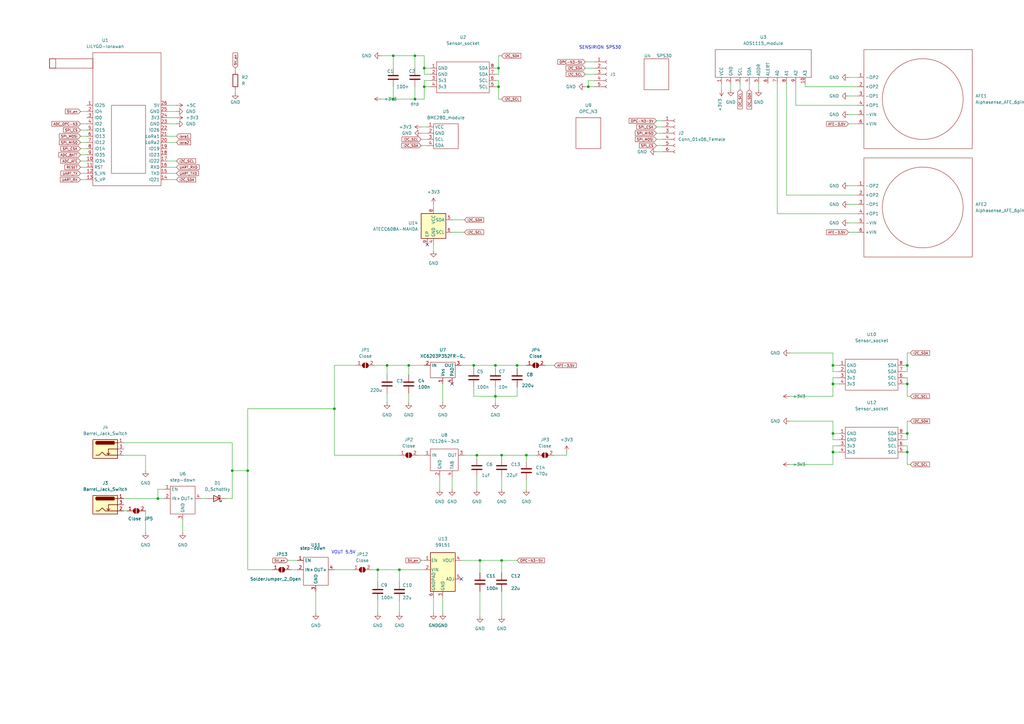
<source format=kicad_sch>
(kicad_sch (version 20230121) (generator eeschema)
  (paper "A3")
  (lib_symbols
    (symbol "Connector:Barrel_Jack_Switch" (pin_names hide)
      (property "Reference" "J" (at 0 5.334 0))
      (property "Value" "Barrel_Jack_Switch" (at 0 -5.08 0))
      (symbol "Barrel_Jack_Switch_1_1"
        (pin passive line (at 7.62 2.54 180) (length 2.54) (name "~") (number "1"))
        (pin passive line (at 7.62 -2.54 180) (length 2.54) (name "~") (number "2"))
        (pin passive line (at 7.62 0 180) (length 2.54) (name "~") (number "3"))
      )
    )
    (symbol "Connector:Conn_01x05_Female" (pin_names (offset 1.016) hide)
      (property "Reference" "J" (at 0 7.62 0))
      (property "Value" "Conn_01x05_Female" (at 0 -7.62 0))
      (symbol "Conn_01x05_Female_1_1"
        (pin passive line (at -5.08 5.08 0) (length 3.81) (name "Pin_1") (number "1"))
        (pin passive line (at -5.08 2.54 0) (length 3.81) (name "Pin_2") (number "2"))
        (pin passive line (at -5.08 0 0) (length 3.81) (name "Pin_3") (number "3"))
        (pin passive line (at -5.08 -2.54 0) (length 3.81) (name "Pin_4") (number "4"))
        (pin passive line (at -5.08 -5.08 0) (length 3.81) (name "Pin_5") (number "5"))
      )
    )
    (symbol "Connector:Conn_01x06_Female" (pin_names (offset 1.016) hide)
      (property "Reference" "J" (at 0 7.62 0))
      (property "Value" "Conn_01x06_Female" (at 0 -10.16 0))
      (symbol "Conn_01x06_Female_1_1"
        (pin passive line (at -5.08 5.08 0) (length 3.81) (name "Pin_1") (number "1"))
        (pin passive line (at -5.08 2.54 0) (length 3.81) (name "Pin_2") (number "2"))
        (pin passive line (at -5.08 0 0) (length 3.81) (name "Pin_3") (number "3"))
        (pin passive line (at -5.08 -2.54 0) (length 3.81) (name "Pin_4") (number "4"))
        (pin passive line (at -5.08 -5.08 0) (length 3.81) (name "Pin_5") (number "5"))
        (pin passive line (at -5.08 -7.62 0) (length 3.81) (name "Pin_6") (number "6"))
      )
    )
    (symbol "Device:C" (pin_numbers hide) (pin_names (offset 0.254))
      (property "Reference" "C" (at 0.635 2.54 0))
      (property "Value" "C" (at 0.635 -2.54 0))
      (symbol "C_1_1"
        (pin passive line (at 0 3.81 270) (length 2.794) (name "~") (number "1"))
        (pin passive line (at 0 -3.81 90) (length 2.794) (name "~") (number "2"))
      )
    )
    (symbol "Device:D_Schottky" (pin_numbers hide) (pin_names (offset 1.016) hide)
      (property "Reference" "D" (at 0 2.54 0))
      (property "Value" "D_Schottky" (at 0 -2.54 0))
      (symbol "D_Schottky_1_1"
        (pin passive line (at -3.81 0 0) (length 2.54) (name "K") (number "1"))
        (pin passive line (at 3.81 0 180) (length 2.54) (name "A") (number "2"))
      )
    )
    (symbol "Device:R" (pin_numbers hide) (pin_names (offset 0))
      (property "Reference" "R" (at 2.032 0 90))
      (property "Value" "R" (at 0 0 90))
      (symbol "R_1_1"
        (pin passive line (at 0 3.81 270) (length 1.27) (name "~") (number "1"))
        (pin passive line (at 0 -3.81 90) (length 1.27) (name "~") (number "2"))
      )
    )
    (symbol "Jumper:SolderJumper_2_Open" (pin_names (offset 0) hide)
      (property "Reference" "JP" (at 0 2.032 0))
      (property "Value" "SolderJumper_2_Open" (at 0 -2.54 0))
      (symbol "SolderJumper_2_Open_1_1"
        (pin passive line (at -3.81 0 0) (length 2.54) (name "A") (number "1"))
        (pin passive line (at 3.81 0 180) (length 2.54) (name "B") (number "2"))
      )
    )
    (symbol "Security:ATECC608A-MAHDA"
      (property "Reference" "U" (at 3.81 6.35 0))
      (property "Value" "ATECC608A-MAHDA" (at 10.16 -6.35 0))
      (symbol "ATECC608A-MAHDA_1_1"
        (pin no_connect line (at -5.08 2.54 0) (length 2.54) hide (name "NC") (number "1"))
        (pin no_connect line (at -5.08 0 0) (length 2.54) hide (name "NC") (number "2"))
        (pin no_connect line (at -5.08 -2.54 0) (length 2.54) hide (name "NC") (number "3"))
        (pin power_in line (at 0 -7.62 90) (length 2.54) (name "GND") (number "4"))
        (pin bidirectional line (at 7.62 2.54 180) (length 2.54) (name "SDA") (number "5"))
        (pin input line (at 7.62 -2.54 180) (length 2.54) (name "SCL") (number "6"))
        (pin no_connect line (at 5.08 0 180) (length 2.54) hide (name "NC") (number "7"))
        (pin power_in line (at 0 7.62 270) (length 2.54) (name "VCC") (number "8"))
        (pin input line (at -2.54 -7.62 90) (length 2.54) (name "EP") (number "9"))
      )
    )
    (symbol "Sensor_socket_2"
      (property "Reference" "U1" (at -0.635 11.43 0))
      (property "Value" "Sensor_socket_2" (at -0.635 8.89 0))
      (symbol "Sensor_socket_2_1_1"
        (pin input line (at -13.97 3.81 0) (length 2.54) (name "GND") (number "1"))
        (pin input line (at -13.97 1.27 0) (length 2.54) (name "GND") (number "2"))
        (pin input line (at -13.97 -1.27 0) (length 2.54) (name "3v3") (number "3"))
        (pin input line (at -13.97 -3.81 0) (length 2.54) (name "3v3") (number "4"))
        (pin input line (at 12.7 -3.81 180) (length 2.54) (name "SCL") (number "5"))
        (pin input line (at 12.7 -1.27 180) (length 2.54) (name "SCL") (number "6"))
        (pin input line (at 12.7 1.27 180) (length 2.54) (name "SDA") (number "7"))
        (pin input line (at 12.7 3.81 180) (length 2.54) (name "SDA") (number "8"))
      )
    )
    (symbol "city_node:59151" (pin_names (offset 0.254))
      (property "Reference" "U6" (at 0 7.62 0))
      (property "Value" "59151" (at 0 5.08 0))
      (symbol "59151_1_1"
        (pin power_in line (at -7.62 -1.27 0) (length 2.54) (name "EN") (number "1"))
        (pin power_out line (at -7.62 -5.08 0) (length 2.54) (name "VIN") (number "2"))
        (pin power_in line (at 0 -16.51 90) (length 2.54) (name "GND") (number "3"))
        (pin power_in line (at 7.62 -1.27 180) (length 2.54) (name "VOUT") (number "4"))
        (pin power_in line (at 7.62 -8.89 180) (length 2.54) (name "ADJ") (number "5"))
        (pin input line (at -3.81 -16.51 90) (length 2.54) (name "GNDPAD") (number "6"))
      )
    )
    (symbol "city_node:ADS1115_module"
      (property "Reference" "U11" (at 0.635 8.89 0))
      (property "Value" "ADS1115_module" (at 0.635 6.35 0))
      (symbol "ADS1115_module_1_1"
        (pin input line (at -16.51 -10.16 90) (length 2.54) (name "VCC") (number "1"))
        (pin input line (at 17.78 -10.16 90) (length 2.54) (name "A3") (number "10"))
        (pin input line (at -12.7 -10.16 90) (length 2.54) (name "GND") (number "2"))
        (pin input line (at -8.89 -10.16 90) (length 2.54) (name "SCL") (number "3"))
        (pin input line (at -5.08 -10.16 90) (length 2.54) (name "SDA") (number "4"))
        (pin input line (at -1.27 -10.16 90) (length 2.54) (name "ADDR") (number "5"))
        (pin input line (at 2.54 -10.16 90) (length 2.54) (name "ALERT") (number "6"))
        (pin input line (at 6.35 -10.16 90) (length 2.54) (name "A0") (number "7"))
        (pin input line (at 10.16 -10.16 90) (length 2.54) (name "A1") (number "8"))
        (pin input line (at 13.97 -10.16 90) (length 2.54) (name "A2") (number "9"))
      )
    )
    (symbol "city_node:Alphasense_AFE_6pin"
      (property "Reference" "AFE?" (at -20.32 22.86 0))
      (property "Value" "Alphasense_AFE_6pin" (at 0 22.86 0))
      (symbol "Alphasense_AFE_6pin_1_1"
        (pin input line (at -8.89 -26.67 90) (length 2.54) (name "-OP2") (number "1"))
        (pin input line (at -5.08 -26.67 90) (length 2.54) (name "+OP2") (number "2"))
        (pin input line (at -1.27 -26.67 90) (length 2.54) (name "-OP1") (number "3"))
        (pin input line (at 2.54 -26.67 90) (length 2.54) (name "+OP1") (number "4"))
        (pin input line (at 6.35 -26.67 90) (length 2.54) (name "-VIN") (number "5"))
        (pin input line (at 10.16 -26.67 90) (length 2.54) (name "+VIN") (number "6"))
      )
    )
    (symbol "city_node:BME280_module"
      (property "Reference" "U10" (at 0 10.16 0))
      (property "Value" "BME280_module" (at 0 7.62 0))
      (symbol "BME280_module_1_1"
        (pin input line (at -7.62 3.81 0) (length 2.54) (name "VCC") (number "1"))
        (pin input line (at -7.62 1.27 0) (length 2.54) (name "GND") (number "2"))
        (pin input line (at -7.62 -1.27 0) (length 2.54) (name "SCL") (number "3"))
        (pin input line (at -7.62 -3.81 0) (length 2.54) (name "SDA") (number "4"))
      )
    )
    (symbol "city_node:OPC_N3"
      (property "Reference" "U?" (at 0 11.43 0))
      (property "Value" "OPC_N3" (at 0 8.89 0))
    )
    (symbol "city_node:SPS30"
      (property "Reference" "U?" (at -2.54 6.35 0))
      (property "Value" "SPS30" (at 2.54 6.35 0))
    )
    (symbol "city_node:TC1264-3v3"
      (property "Reference" "U" (at -10.16 10.16 0))
      (property "Value" "TC1264-3v3" (at -1.27 10.16 0))
      (symbol "TC1264-3v3_1_1"
        (pin input line (at -12.7 6.35 0) (length 2.54) (name "IN") (number "1"))
        (pin input line (at -6.35 -2.54 90) (length 2.54) (name "GND") (number "2"))
        (pin input line (at 3.81 6.35 180) (length 2.54) (name "OUT") (number "3"))
        (pin input line (at -1.27 -2.54 90) (length 2.54) (name "TAB") (number "4"))
      )
    )
    (symbol "city_node:XC6203P352FR-G_"
      (property "Reference" "U" (at 10.16 2.54 0))
      (property "Value" "XC6203P352FR-G_" (at -3.81 2.54 0))
      (symbol "XC6203P352FR-G__1_1"
        (pin input line (at 0 -8.89 90) (length 2.54) (name "Vss") (number "1"))
        (pin input line (at -7.62 -1.27 0) (length 2.54) (name "IN") (number "2"))
        (pin input line (at 7.62 -1.27 180) (length 2.54) (name "OUT") (number "3"))
        (pin input line (at 3.81 -8.89 90) (length 2.54) (name "PAD") (number "4"))
      )
    )
    (symbol "city_node:step-down"
      (property "Reference" "U" (at 3.81 5.08 0))
      (property "Value" "step-down" (at -2.54 5.08 0))
      (symbol "step-down_1_1"
        (pin input line (at -7.62 2.54 0) (length 2.54) (name "EN") (number "1"))
        (pin input line (at -7.62 -1.27 0) (length 2.54) (name "IN+") (number "2"))
        (pin input line (at 0 -10.16 90) (length 2.54) (name "GND") (number "3"))
        (pin input line (at 7.62 -1.27 180) (length 2.54) (name "OUT+") (number "4"))
      )
    )
    (symbol "power:+3V3" (power) (pin_names (offset 0))
      (property "Value" "+3V3" (at 0 3.556 0))
      (symbol "+3V3_1_1"
        (pin power_in line (at 0 0 90) (length 0) hide (name "+3V3") (number "1"))
      )
    )
    (symbol "power:+5C" (power) (pin_names (offset 0))
      (property "Value" "+5C" (at 0 3.556 0))
      (symbol "+5C_1_1"
        (pin power_in line (at 0 0 90) (length 0) hide (name "+5C") (number "1"))
      )
    )
    (symbol "power:GND" (power) (pin_names (offset 0))
      (property "Value" "GND" (at 0 -3.81 0))
      (symbol "GND_1_1"
        (pin power_in line (at 0 0 270) (length 0) hide (name "GND") (number "1"))
      )
    )
    (symbol "soasense:LILYGO-lorawan"
      (property "Reference" "U" (at 17.78 19.05 0))
      (property "Value" "LILYGO-lorawan" (at -12.7 19.05 0))
      (symbol "LILYGO-lorawan_1_1"
        (pin input line (at -17.78 15.24 0) (length 2.54) (name "IO25") (number "1"))
        (pin input line (at -17.78 -7.62 0) (length 2.54) (name "IO34") (number "10"))
        (pin input line (at -17.78 -10.16 0) (length 2.54) (name "RST") (number "11"))
        (pin input line (at -17.78 -12.7 0) (length 2.54) (name "S_VN") (number "12"))
        (pin input line (at -17.78 -15.24 0) (length 2.54) (name "S_VP") (number "13"))
        (pin input line (at 15.24 -15.24 180) (length 2.54) (name "IO21") (number "14"))
        (pin input line (at 15.24 -12.7 180) (length 2.54) (name "TXD") (number "15"))
        (pin input line (at 15.24 -10.16 180) (length 2.54) (name "RXD") (number "16"))
        (pin input line (at 15.24 -7.62 180) (length 2.54) (name "IO22") (number "17"))
        (pin input line (at 15.24 -5.08 180) (length 2.54) (name "IO23") (number "18"))
        (pin input line (at 15.24 -2.54 180) (length 2.54) (name "IO19") (number "19"))
        (pin input line (at -17.78 12.7 0) (length 2.54) (name "IO4") (number "2"))
        (pin input line (at 15.24 0 180) (length 2.54) (name "LoRa2") (number "20"))
        (pin input line (at 15.24 2.54 180) (length 2.54) (name "LoRa1") (number "21"))
        (pin input line (at 15.24 5.08 180) (length 2.54) (name "IO26") (number "22"))
        (pin input line (at 15.24 7.62 180) (length 2.54) (name "GND") (number "23"))
        (pin input line (at 15.24 10.16 180) (length 2.54) (name "3V3") (number "24"))
        (pin input line (at 15.24 12.7 180) (length 2.54) (name "GND") (number "25"))
        (pin input line (at 15.24 15.24 180) (length 2.54) (name "5V") (number "26"))
        (pin input line (at -17.78 10.16 0) (length 2.54) (name "IO0") (number "3"))
        (pin input line (at -17.78 7.62 0) (length 2.54) (name "IO2") (number "4"))
        (pin input line (at -17.78 5.08 0) (length 2.54) (name "IO15") (number "5"))
        (pin input line (at -17.78 2.54 0) (length 2.54) (name "IO13") (number "6"))
        (pin input line (at -17.78 0 0) (length 2.54) (name "IO12") (number "7"))
        (pin input line (at -17.78 -2.54 0) (length 2.54) (name "IO14") (number "8"))
        (pin input line (at -17.78 -5.08 0) (length 2.54) (name "IO35") (number "9"))
      )
    )
  )
  (junction (at 167.64 149.86))
  (junction (at 372.11 149.86))
  (junction (at 137.16 167.64))
  (junction (at 170.18 40.64))
  (junction (at 194.31 149.86))
  (junction (at 95.25 193.04))
  (junction (at 203.2 162.56))
  (junction (at 170.18 22.86))
  (junction (at 341.63 157.48))
  (junction (at 241.3 35.56))
  (junction (at 341.63 177.8))
  (junction (at 212.09 149.86))
  (junction (at 161.29 22.86))
  (junction (at 158.75 149.86))
  (junction (at 372.11 177.8))
  (junction (at 173.99 35.56))
  (junction (at 64.77 204.47))
  (junction (at 163.83 233.68))
  (junction (at 372.11 185.42))
  (junction (at 215.9 186.69))
  (junction (at 161.29 40.64))
  (junction (at 372.11 157.48))
  (junction (at 341.63 185.42))
  (junction (at 205.74 186.69))
  (junction (at 205.74 229.87))
  (junction (at 204.47 27.94))
  (junction (at 173.99 27.94))
  (junction (at 195.58 186.69))
  (junction (at 196.85 229.87))
  (junction (at 101.6 193.04))
  (junction (at 203.2 149.86))
  (junction (at 204.47 35.56))
  (junction (at 154.94 233.68))
  (junction (at 341.63 149.86))
  (no_connect (at 189.23 237.49))
  (no_connect (at 185.42 157.48))
  (no_connect (at 175.26 100.33))
  (wire (pts (xy 372.11 154.94) (xy 372.11 157.48)))
  (wire (pts (xy 203.2 149.86) (xy 212.09 149.86)))
  (wire (pts (xy 195.58 186.69) (xy 195.58 187.96)))
  (wire (pts (xy 212.09 149.86) (xy 212.09 151.13)))
  (wire (pts (xy 196.85 229.87) (xy 196.85 234.95)))
  (wire (pts (xy 241.3 35.56) (xy 240.03 35.56)))
  (wire (pts (xy 323.85 172.72) (xy 341.63 172.72)))
  (wire (pts (xy 167.64 149.86) (xy 173.99 149.86)))
  (wire (pts (xy 101.6 167.64) (xy 137.16 167.64)))
  (wire (pts (xy 351.79 87.63) (xy 318.77 87.63)))
  (wire (pts (xy 370.84 154.94) (xy 372.11 154.94)))
  (wire (pts (xy 223.52 149.86) (xy 227.33 149.86)))
  (wire (pts (xy 171.45 186.69) (xy 173.99 186.69)))
  (wire (pts (xy 59.69 209.55) (xy 59.69 218.44)))
  (wire (pts (xy 180.34 195.58) (xy 180.34 200.66)))
  (wire (pts (xy 330.2 34.29) (xy 330.2 35.56)))
  (wire (pts (xy 341.63 144.78) (xy 341.63 149.86)))
  (wire (pts (xy 372.11 144.78) (xy 372.11 149.86)))
  (wire (pts (xy 341.63 185.42) (xy 344.17 185.42)))
  (wire (pts (xy 154.94 233.68) (xy 152.4 233.68)))
  (wire (pts (xy 95.25 181.61) (xy 95.25 193.04)))
  (wire (pts (xy 203.2 162.56) (xy 203.2 165.1)))
  (wire (pts (xy 204.47 22.86) (xy 205.74 22.86)))
  (wire (pts (xy 64.77 200.66) (xy 67.31 200.66)))
  (wire (pts (xy 96.52 27.94) (xy 96.52 29.21)))
  (wire (pts (xy 144.78 233.68) (xy 137.16 233.68)))
  (wire (pts (xy 195.58 195.58) (xy 195.58 200.66)))
  (wire (pts (xy 347.98 76.2) (xy 351.79 76.2)))
  (wire (pts (xy 33.02 68.58) (xy 35.56 68.58)))
  (wire (pts (xy 341.63 157.48) (xy 344.17 157.48)))
  (wire (pts (xy 370.84 157.48) (xy 372.11 157.48)))
  (wire (pts (xy 269.24 57.15) (xy 271.78 57.15)))
  (wire (pts (xy 33.02 73.66) (xy 35.56 73.66)))
  (wire (pts (xy 372.11 152.4) (xy 370.84 152.4)))
  (wire (pts (xy 195.58 186.69) (xy 205.74 186.69)))
  (wire (pts (xy 341.63 157.48) (xy 341.63 154.94)))
  (wire (pts (xy 370.84 149.86) (xy 372.11 149.86)))
  (wire (pts (xy 326.39 43.18) (xy 326.39 34.29)))
  (wire (pts (xy 204.47 40.64) (xy 205.74 40.64)))
  (wire (pts (xy 215.9 186.69) (xy 219.71 186.69)))
  (wire (pts (xy 177.8 100.33) (xy 177.8 102.87)))
  (wire (pts (xy 347.98 95.25) (xy 351.79 95.25)))
  (wire (pts (xy 129.54 242.57) (xy 129.54 251.46)))
  (wire (pts (xy 154.94 233.68) (xy 154.94 238.76)))
  (wire (pts (xy 190.5 186.69) (xy 195.58 186.69)))
  (wire (pts (xy 173.99 35.56) (xy 173.99 33.02)))
  (wire (pts (xy 330.2 35.56) (xy 351.79 35.56)))
  (wire (pts (xy 341.63 182.88) (xy 344.17 182.88)))
  (wire (pts (xy 161.29 22.86) (xy 161.29 27.94)))
  (wire (pts (xy 372.11 172.72) (xy 373.38 172.72)))
  (wire (pts (xy 156.21 40.64) (xy 161.29 40.64)))
  (wire (pts (xy 241.3 35.56) (xy 243.84 35.56)))
  (wire (pts (xy 370.84 182.88) (xy 372.11 182.88)))
  (wire (pts (xy 74.93 213.36) (xy 74.93 218.44)))
  (wire (pts (xy 243.84 33.02) (xy 241.3 33.02)))
  (wire (pts (xy 205.74 229.87) (xy 212.09 229.87)))
  (wire (pts (xy 194.31 158.75) (xy 194.31 162.56)))
  (wire (pts (xy 82.55 204.47) (xy 85.09 204.47)))
  (wire (pts (xy 185.42 195.58) (xy 185.42 200.66)))
  (wire (pts (xy 344.17 180.34) (xy 341.63 180.34)))
  (wire (pts (xy 68.58 45.72) (xy 72.39 45.72)))
  (wire (pts (xy 185.42 90.17) (xy 190.5 90.17)))
  (wire (pts (xy 322.58 34.29) (xy 322.58 80.01)))
  (wire (pts (xy 68.58 68.58) (xy 72.39 68.58)))
  (wire (pts (xy 203.2 35.56) (xy 204.47 35.56)))
  (wire (pts (xy 176.53 30.48) (xy 173.99 30.48)))
  (wire (pts (xy 194.31 149.86) (xy 194.31 151.13)))
  (wire (pts (xy 158.75 161.29) (xy 158.75 165.1)))
  (wire (pts (xy 173.99 35.56) (xy 173.99 40.64)))
  (wire (pts (xy 307.34 34.29) (xy 307.34 36.83)))
  (wire (pts (xy 341.63 157.48) (xy 341.63 162.56)))
  (wire (pts (xy 167.64 161.29) (xy 167.64 165.1)))
  (wire (pts (xy 137.16 149.86) (xy 137.16 167.64)))
  (wire (pts (xy 196.85 229.87) (xy 205.74 229.87)))
  (wire (pts (xy 154.94 233.68) (xy 163.83 233.68)))
  (wire (pts (xy 173.99 30.48) (xy 173.99 27.94)))
  (wire (pts (xy 203.2 33.02) (xy 204.47 33.02)))
  (wire (pts (xy 323.85 190.5) (xy 341.63 190.5)))
  (wire (pts (xy 269.24 59.69) (xy 271.78 59.69)))
  (wire (pts (xy 172.72 54.61) (xy 175.26 54.61)))
  (wire (pts (xy 170.18 22.86) (xy 173.99 22.86)))
  (wire (pts (xy 372.11 180.34) (xy 370.84 180.34)))
  (wire (pts (xy 101.6 193.04) (xy 101.6 233.68)))
  (wire (pts (xy 299.72 34.29) (xy 299.72 36.83)))
  (wire (pts (xy 194.31 162.56) (xy 203.2 162.56)))
  (wire (pts (xy 163.83 246.38) (xy 163.83 251.46)))
  (wire (pts (xy 204.47 35.56) (xy 204.47 40.64)))
  (wire (pts (xy 347.98 50.8) (xy 351.79 50.8)))
  (wire (pts (xy 96.52 36.83) (xy 96.52 38.1)))
  (wire (pts (xy 64.77 204.47) (xy 64.77 200.66)))
  (wire (pts (xy 323.85 162.56) (xy 341.63 162.56)))
  (wire (pts (xy 158.75 149.86) (xy 158.75 153.67)))
  (wire (pts (xy 167.64 149.86) (xy 167.64 153.67)))
  (wire (pts (xy 204.47 27.94) (xy 204.47 30.48)))
  (wire (pts (xy 212.09 158.75) (xy 212.09 162.56)))
  (wire (pts (xy 170.18 22.86) (xy 170.18 27.94)))
  (wire (pts (xy 33.02 63.5) (xy 35.56 63.5)))
  (wire (pts (xy 344.17 152.4) (xy 341.63 152.4)))
  (wire (pts (xy 269.24 62.23) (xy 271.78 62.23)))
  (wire (pts (xy 323.85 144.78) (xy 341.63 144.78)))
  (wire (pts (xy 204.47 30.48) (xy 203.2 30.48)))
  (wire (pts (xy 322.58 80.01) (xy 351.79 80.01)))
  (wire (pts (xy 68.58 58.42) (xy 72.39 58.42)))
  (wire (pts (xy 153.67 149.86) (xy 158.75 149.86)))
  (wire (pts (xy 318.77 87.63) (xy 318.77 34.29)))
  (wire (pts (xy 68.58 43.18) (xy 72.39 43.18)))
  (wire (pts (xy 204.47 33.02) (xy 204.47 35.56)))
  (wire (pts (xy 172.72 57.15) (xy 175.26 57.15)))
  (wire (pts (xy 172.72 59.69) (xy 175.26 59.69)))
  (wire (pts (xy 205.74 229.87) (xy 205.74 234.95)))
  (wire (pts (xy 189.23 229.87) (xy 196.85 229.87)))
  (wire (pts (xy 203.2 27.94) (xy 204.47 27.94)))
  (wire (pts (xy 68.58 50.8) (xy 72.39 50.8)))
  (wire (pts (xy 194.31 149.86) (xy 203.2 149.86)))
  (wire (pts (xy 181.61 157.48) (xy 181.61 165.1)))
  (wire (pts (xy 181.61 245.11) (xy 181.61 251.46)))
  (wire (pts (xy 341.63 180.34) (xy 341.63 177.8)))
  (wire (pts (xy 341.63 185.42) (xy 341.63 182.88)))
  (wire (pts (xy 33.02 58.42) (xy 35.56 58.42)))
  (wire (pts (xy 119.38 233.68) (xy 121.92 233.68)))
  (wire (pts (xy 118.11 229.87) (xy 121.92 229.87)))
  (wire (pts (xy 240.03 30.48) (xy 243.84 30.48)))
  (wire (pts (xy 341.63 152.4) (xy 341.63 149.86)))
  (wire (pts (xy 50.8 181.61) (xy 95.25 181.61)))
  (wire (pts (xy 204.47 22.86) (xy 204.47 27.94)))
  (wire (pts (xy 59.69 186.69) (xy 59.69 193.04)))
  (wire (pts (xy 68.58 73.66) (xy 72.39 73.66)))
  (wire (pts (xy 347.98 39.37) (xy 351.79 39.37)))
  (wire (pts (xy 227.33 186.69) (xy 232.41 186.69)))
  (wire (pts (xy 64.77 204.47) (xy 67.31 204.47)))
  (wire (pts (xy 68.58 55.88) (xy 72.39 55.88)))
  (wire (pts (xy 372.11 144.78) (xy 373.38 144.78)))
  (wire (pts (xy 341.63 177.8) (xy 344.17 177.8)))
  (wire (pts (xy 372.11 185.42) (xy 372.11 190.5)))
  (wire (pts (xy 372.11 149.86) (xy 372.11 152.4)))
  (wire (pts (xy 173.99 22.86) (xy 173.99 27.94)))
  (wire (pts (xy 33.02 55.88) (xy 35.56 55.88)))
  (wire (pts (xy 173.99 35.56) (xy 176.53 35.56)))
  (wire (pts (xy 137.16 167.64) (xy 137.16 186.69)))
  (wire (pts (xy 205.74 195.58) (xy 205.74 200.66)))
  (wire (pts (xy 33.02 53.34) (xy 35.56 53.34)))
  (wire (pts (xy 173.99 33.02) (xy 176.53 33.02)))
  (wire (pts (xy 372.11 190.5) (xy 373.38 190.5)))
  (wire (pts (xy 68.58 71.12) (xy 72.39 71.12)))
  (wire (pts (xy 161.29 22.86) (xy 170.18 22.86)))
  (wire (pts (xy 95.25 193.04) (xy 95.25 204.47)))
  (wire (pts (xy 370.84 185.42) (xy 372.11 185.42)))
  (wire (pts (xy 158.75 149.86) (xy 167.64 149.86)))
  (wire (pts (xy 156.21 22.86) (xy 161.29 22.86)))
  (wire (pts (xy 295.91 34.29) (xy 295.91 36.83)))
  (wire (pts (xy 215.9 186.69) (xy 215.9 189.23)))
  (wire (pts (xy 203.2 158.75) (xy 203.2 162.56)))
  (wire (pts (xy 101.6 193.04) (xy 101.6 167.64)))
  (wire (pts (xy 68.58 48.26) (xy 72.39 48.26)))
  (wire (pts (xy 33.02 66.04) (xy 35.56 66.04)))
  (wire (pts (xy 92.71 204.47) (xy 95.25 204.47)))
  (wire (pts (xy 212.09 149.86) (xy 215.9 149.86)))
  (wire (pts (xy 205.74 242.57) (xy 205.74 252.73)))
  (wire (pts (xy 154.94 246.38) (xy 154.94 251.46)))
  (wire (pts (xy 347.98 46.99) (xy 351.79 46.99)))
  (wire (pts (xy 50.8 186.69) (xy 59.69 186.69)))
  (wire (pts (xy 205.74 186.69) (xy 205.74 187.96)))
  (wire (pts (xy 173.99 27.94) (xy 176.53 27.94)))
  (wire (pts (xy 163.83 233.68) (xy 163.83 238.76)))
  (wire (pts (xy 341.63 154.94) (xy 344.17 154.94)))
  (wire (pts (xy 372.11 172.72) (xy 372.11 177.8)))
  (wire (pts (xy 269.24 54.61) (xy 271.78 54.61)))
  (wire (pts (xy 170.18 40.64) (xy 173.99 40.64)))
  (wire (pts (xy 240.03 25.4) (xy 243.84 25.4)))
  (wire (pts (xy 370.84 177.8) (xy 372.11 177.8)))
  (wire (pts (xy 240.03 27.94) (xy 243.84 27.94)))
  (wire (pts (xy 161.29 35.56) (xy 161.29 40.64)))
  (wire (pts (xy 33.02 71.12) (xy 35.56 71.12)))
  (wire (pts (xy 241.3 33.02) (xy 241.3 35.56)))
  (wire (pts (xy 177.8 83.82) (xy 177.8 85.09)))
  (wire (pts (xy 269.24 52.07) (xy 271.78 52.07)))
  (wire (pts (xy 372.11 182.88) (xy 372.11 185.42)))
  (wire (pts (xy 137.16 149.86) (xy 146.05 149.86)))
  (wire (pts (xy 163.83 233.68) (xy 173.99 233.68)))
  (wire (pts (xy 215.9 196.85) (xy 215.9 200.66)))
  (wire (pts (xy 33.02 45.72) (xy 35.56 45.72)))
  (wire (pts (xy 372.11 177.8) (xy 372.11 180.34)))
  (wire (pts (xy 205.74 186.69) (xy 215.9 186.69)))
  (wire (pts (xy 33.02 50.8) (xy 35.56 50.8)))
  (wire (pts (xy 212.09 162.56) (xy 203.2 162.56)))
  (wire (pts (xy 177.8 245.11) (xy 177.8 251.46)))
  (wire (pts (xy 196.85 242.57) (xy 196.85 252.73)))
  (wire (pts (xy 351.79 43.18) (xy 326.39 43.18)))
  (wire (pts (xy 347.98 91.44) (xy 351.79 91.44)))
  (wire (pts (xy 372.11 157.48) (xy 372.11 162.56)))
  (wire (pts (xy 101.6 233.68) (xy 111.76 233.68)))
  (wire (pts (xy 137.16 186.69) (xy 163.83 186.69)))
  (wire (pts (xy 347.98 31.75) (xy 351.79 31.75)))
  (wire (pts (xy 172.72 52.07) (xy 175.26 52.07)))
  (wire (pts (xy 372.11 162.56) (xy 373.38 162.56)))
  (wire (pts (xy 232.41 186.69) (xy 232.41 185.42)))
  (wire (pts (xy 95.25 193.04) (xy 101.6 193.04)))
  (wire (pts (xy 347.98 83.82) (xy 351.79 83.82)))
  (wire (pts (xy 269.24 49.53) (xy 271.78 49.53)))
  (wire (pts (xy 185.42 95.25) (xy 190.5 95.25)))
  (wire (pts (xy 50.8 209.55) (xy 52.07 209.55)))
  (wire (pts (xy 203.2 149.86) (xy 203.2 151.13)))
  (wire (pts (xy 341.63 185.42) (xy 341.63 190.5)))
  (wire (pts (xy 311.15 34.29) (xy 311.15 36.83)))
  (wire (pts (xy 161.29 40.64) (xy 170.18 40.64)))
  (wire (pts (xy 303.53 34.29) (xy 303.53 36.83)))
  (wire (pts (xy 341.63 172.72) (xy 341.63 177.8)))
  (wire (pts (xy 172.72 229.87) (xy 173.99 229.87)))
  (wire (pts (xy 33.02 60.96) (xy 35.56 60.96)))
  (wire (pts (xy 170.18 35.56) (xy 170.18 40.64)))
  (wire (pts (xy 189.23 149.86) (xy 194.31 149.86)))
  (wire (pts (xy 50.8 204.47) (xy 64.77 204.47)))
  (wire (pts (xy 341.63 149.86) (xy 344.17 149.86)))
  (wire (pts (xy 68.58 66.04) (xy 72.39 66.04)))
  (text "VOUT 5.5V" (at 135.89 227.33 0) (effects (font (size 1.27 1.27)) (justify left bottom)))
  (text "SENSIRION SPS30" (at 237.49 20.32 0) (effects (font (size 1.27 1.27)) (justify left bottom)))
  (global_label "5V_en" (shape input) (at 33.02 45.72 180) (effects (font (size 1 1))) (property "Intersheetrefs" "${INTERSHEET_REFS}" (effects hide)))
  (global_label "UART_TX" (shape input) (at 33.02 71.12 180) (effects (font (size 1 1))) (property "Intersheetrefs" "${INTERSHEET_REFS}" (effects hide)))
  (global_label "AFE-3.5V" (shape input) (at 347.98 50.8 180) (effects (font (size 1 1))) (property "Intersheetrefs" "${INTERSHEET_REFS}" (effects hide)))
  (global_label "I2C_SDA" (shape input) (at 205.74 22.86 0) (effects (font (size 1 1))) (property "Intersheetrefs" "${INTERSHEET_REFS}" (effects hide)))
  (global_label "lora1" (shape input) (at 72.39 55.88 0) (effects (font (size 1 1))) (property "Intersheetrefs" "${INTERSHEET_REFS}" (effects hide)))
  (global_label "SPI_MISO" (shape input) (at 33.02 58.42 180) (effects (font (size 1 1))) (property "Intersheetrefs" "${INTERSHEET_REFS}" (effects hide)))
  (global_label "SPI_MOSI" (shape input) (at 33.02 55.88 180) (effects (font (size 1 1))) (property "Intersheetrefs" "${INTERSHEET_REFS}" (effects hide)))
  (global_label "SPI_CSK" (shape input) (at 33.02 60.96 180) (effects (font (size 1 1))) (property "Intersheetrefs" "${INTERSHEET_REFS}" (effects hide)))
  (global_label "I2C_SDA" (shape input) (at 172.72 59.69 180) (effects (font (size 1 1))) (property "Intersheetrefs" "${INTERSHEET_REFS}" (effects hide)))
  (global_label "AFE-3.5V" (shape input) (at 227.33 149.86 0) (effects (font (size 1 1))) (property "Intersheetrefs" "${INTERSHEET_REFS}" (effects hide)))
  (global_label "I2C_SCL" (shape input) (at 303.53 36.83 270) (effects (font (size 1 1))) (property "Intersheetrefs" "${INTERSHEET_REFS}" (effects hide)))
  (global_label "lora2" (shape input) (at 72.39 58.42 0) (effects (font (size 1 1))) (property "Intersheetrefs" "${INTERSHEET_REFS}" (effects hide)))
  (global_label "I2C_SCL" (shape input) (at 190.5 95.25 0) (effects (font (size 1 1))) (property "Intersheetrefs" "${INTERSHEET_REFS}" (effects hide)))
  (global_label "SPI_CS" (shape input) (at 33.02 53.34 180) (effects (font (size 1 1))) (property "Intersheetrefs" "${INTERSHEET_REFS}" (effects hide)))
  (global_label "I2C_SDA" (shape input) (at 190.5 90.17 0) (effects (font (size 1 1))) (property "Intersheetrefs" "${INTERSHEET_REFS}" (effects hide)))
  (global_label "I2C_SDA" (shape input) (at 307.34 36.83 270) (effects (font (size 1 1))) (property "Intersheetrefs" "${INTERSHEET_REFS}" (effects hide)))
  (global_label "I2C_SCL" (shape input) (at 205.74 40.64 0) (effects (font (size 1 1))) (property "Intersheetrefs" "${INTERSHEET_REFS}" (effects hide)))
  (global_label "ADC_BATT" (shape input) (at 33.02 63.5 180) (effects (font (size 1 1))) (property "Intersheetrefs" "${INTERSHEET_REFS}" (effects hide)))
  (global_label "SPI_CSK" (shape input) (at 269.24 52.07 180) (effects (font (size 1 1))) (property "Intersheetrefs" "${INTERSHEET_REFS}" (effects hide)))
  (global_label "UART_RXD" (shape input) (at 72.39 68.58 0) (effects (font (size 1 1))) (property "Intersheetrefs" "${INTERSHEET_REFS}" (effects hide)))
  (global_label "SPI_CS" (shape input) (at 269.24 59.69 180) (effects (font (size 1 1))) (property "Intersheetrefs" "${INTERSHEET_REFS}" (effects hide)))
  (global_label "RESET" (shape input) (at 33.02 68.58 180) (effects (font (size 1 1))) (property "Intersheetrefs" "${INTERSHEET_REFS}" (effects hide)))
  (global_label "UART_RX" (shape input) (at 33.02 73.66 180) (effects (font (size 1 1))) (property "Intersheetrefs" "${INTERSHEET_REFS}" (effects hide)))
  (global_label "I2C_SCL" (shape input) (at 373.38 162.56 0) (effects (font (size 1 1))) (property "Intersheetrefs" "${INTERSHEET_REFS}" (effects hide)))
  (global_label "SPI_MOSI" (shape input) (at 269.24 57.15 180) (effects (font (size 1 1))) (property "Intersheetrefs" "${INTERSHEET_REFS}" (effects hide)))
  (global_label "OPC-N3-5V" (shape input) (at 212.09 229.87 0) (effects (font (size 1 1))) (property "Intersheetrefs" "${INTERSHEET_REFS}" (effects hide)))
  (global_label "I2C_SCL" (shape input) (at 72.39 66.04 0) (effects (font (size 1 1))) (property "Intersheetrefs" "${INTERSHEET_REFS}" (effects hide)))
  (global_label "5V_en" (shape input) (at 172.72 229.87 180) (effects (font (size 1 1))) (property "Intersheetrefs" "${INTERSHEET_REFS}" (effects hide)))
  (global_label "UART_TXD" (shape input) (at 72.39 71.12 0) (effects (font (size 1 1))) (property "Intersheetrefs" "${INTERSHEET_REFS}" (effects hide)))
  (global_label "SPI_MISO" (shape input) (at 269.24 54.61 180) (effects (font (size 1 1))) (property "Intersheetrefs" "${INTERSHEET_REFS}" (effects hide)))
  (global_label "OPC-N3-5V" (shape input) (at 269.24 49.53 180) (effects (font (size 1 1))) (property "Intersheetrefs" "${INTERSHEET_REFS}" (effects hide)))
  (global_label "I2C_SCL" (shape input) (at 373.38 190.5 0) (effects (font (size 1 1))) (property "Intersheetrefs" "${INTERSHEET_REFS}" (effects hide)))
  (global_label "I2C_SDA" (shape input) (at 240.03 27.94 180) (effects (font (size 1 1))) (property "Intersheetrefs" "${INTERSHEET_REFS}" (effects hide)))
  (global_label "I2C_SCL" (shape input) (at 240.03 30.48 180) (effects (font (size 1 1))) (property "Intersheetrefs" "${INTERSHEET_REFS}" (effects hide)))
  (global_label "I2C_SDA" (shape input) (at 373.38 172.72 0) (effects (font (size 1 1))) (property "Intersheetrefs" "${INTERSHEET_REFS}" (effects hide)))
  (global_label "5V_en" (shape input) (at 118.11 229.87 180) (effects (font (size 1 1))) (property "Intersheetrefs" "${INTERSHEET_REFS}" (effects hide)))
  (global_label "ADC_OPC-N3" (shape input) (at 33.02 50.8 180) (effects (font (size 1 1))) (property "Intersheetrefs" "${INTERSHEET_REFS}" (effects hide)))
  (global_label "I2C_SDA" (shape input) (at 373.38 144.78 0) (effects (font (size 1 1))) (property "Intersheetrefs" "${INTERSHEET_REFS}" (effects hide)))
  (global_label "ADC_AFE" (shape input) (at 33.02 66.04 180) (effects (font (size 1 1))) (property "Intersheetrefs" "${INTERSHEET_REFS}" (effects hide)))
  (global_label "I2C_SCL" (shape input) (at 172.72 57.15 180) (effects (font (size 1 1))) (property "Intersheetrefs" "${INTERSHEET_REFS}" (effects hide)))
  (global_label "AFE-3.5V" (shape input) (at 347.98 95.25 180) (effects (font (size 1 1))) (property "Intersheetrefs" "${INTERSHEET_REFS}" (effects hide)))
  (global_label "5V_en" (shape input) (at 96.52 27.94 90) (effects (font (size 1 1))) (property "Intersheetrefs" "${INTERSHEET_REFS}" (effects hide)))
  (global_label "OPC-N3-5V" (shape input) (at 240.03 25.4 180) (effects (font (size 1 1))) (property "Intersheetrefs" "${INTERSHEET_REFS}" (effects hide)))
  (global_label "I2C_SDA" (shape input) (at 72.39 73.66 0) (effects (font (size 1 1))) (property "Intersheetrefs" "${INTERSHEET_REFS}" (effects hide)))
  (symbol (lib_id "power:GND") (at 167.64 165.1 0) (unit 1)
    (property "Reference" "#PWR053" (effects hide))
    (property "Value" "GND" (at 167.64 170.18 0))
  )
  (symbol (lib_id "city_node:step-down") (at 74.93 203.2 0) (unit 1)
    (property "Reference" "U6" (at 74.93 194.31 0))
    (property "Value" "step-down" (at 74.93 196.85 0))
    (property "Footprint" "soasense:mp2315-module" (effects hide))
  )
  (symbol (lib_id "power:+3V3") (at 323.85 190.5 90) (unit 1)
    (property "Reference" "#PWR011" (effects hide))
    (property "Value" "+3V3" (at 325.12 190.4999 90) (effects (justify right)))
  )
  (symbol (lib_id "power:GND") (at 269.24 62.23 270) (unit 1)
    (property "Reference" "#PWR043" (effects hide))
    (property "Value" "GND" (at 265.43 62.23 90) (effects (justify right)))
  )
  (symbol (lib_id "Device:C") (at 205.74 191.77 0) (unit 1)
    (property "Reference" "C13" (at 209.55 190.5 0) (effects (justify left)))
    (property "Value" "22uF" (at 207.645 194.945 0) (effects (justify left)))
    (property "Footprint" "Capacitor_SMD:C_0805_2012Metric_Pad1.18x1.45mm_HandSolder" (effects hide))
  )
  (symbol (lib_id "city_node:SPS30") (at 266.7 29.21 0) (unit 1)
    (property "Reference" "U4" (at 264.16 22.86 0) (effects (justify left)))
    (property "Value" "SPS30" (at 269.24 22.86 0) (effects (justify left)))
    (property "Footprint" "soasense:SPS30" (effects hide))
  )
  (symbol (lib_id "power:GND") (at 72.39 45.72 90) (unit 1)
    (property "Reference" "#PWR019" (effects hide))
    (property "Value" "GND" (at 76.2 45.72 90) (effects (justify right)))
  )
  (symbol (lib_id "power:GND") (at 347.98 31.75 270) (unit 1)
    (property "Reference" "#PWR046" (effects hide))
    (property "Value" "GND" (at 344.17 31.75 90) (effects (justify right)))
  )
  (symbol (lib_id "power:GND") (at 215.9 200.66 0) (unit 1)
    (property "Reference" "#PWR012" (effects hide))
    (property "Value" "GND" (at 215.9 205.74 0))
  )
  (symbol (lib_name "Sensor_socket_2") (lib_id "city_node:Sensor_socket") (at 358.14 153.67 0) (unit 1)
    (property "Reference" "U10" (at 357.505 137.16 0))
    (property "Value" "Sensor_socket" (at 357.505 139.7 0))
    (property "Footprint" "soasense:Sensor_module" (effects hide))
  )
  (symbol (lib_id "Device:C") (at 154.94 242.57 0) (unit 1)
    (property "Reference" "C9" (at 156.21 240.03 0) (effects (justify left)))
    (property "Value" "100n" (at 156.21 245.11 0) (effects (justify left)))
    (property "Footprint" "Capacitor_SMD:C_0805_2012Metric" (effects hide))
  )
  (symbol (lib_id "Connector:Barrel_Jack_Switch") (at 43.18 207.01 0) (unit 1)
    (property "Reference" "J3" (at 43.18 198.12 0))
    (property "Value" "Barrel_Jack_Switch" (at 43.18 200.66 0))
    (property "Footprint" "Connector_BarrelJack:BarrelJack_Horizontal" (effects hide))
  )
  (symbol (lib_id "city_node:Alphasense_AFE_6pin") (at 378.46 40.64 270) (unit 1)
    (property "Reference" "AFE1" (at 400.05 39.3699 90) (effects (justify left)))
    (property "Value" "Alphasense_AFE_6pin" (at 400.05 41.9099 90) (effects (justify left)))
    (property "Footprint" "soasense:Alphasense_AFE_6pin-LEFT" (effects hide))
  )
  (symbol (lib_id "power:GND") (at 96.52 38.1 0) (unit 1)
    (property "Reference" "#PWR066" (effects hide))
    (property "Value" "GND" (at 96.52 41.91 0))
  )
  (symbol (lib_id "Security:ATECC608A-MAHDA") (at 177.8 92.71 0) (unit 1)
    (property "Reference" "U14" (at 171.45 91.44 0) (effects (justify right)))
    (property "Value" "ATECC608A-MAHDA" (at 171.45 93.98 0) (effects (justify right)))
    (property "Footprint" "Package_DFN_QFN:DFN-8-1EP_3x2mm_P0.5mm_EP1.3x1.5mm" (effects hide))
    (property "Datasheet" "http://ww1.microchip.com/downloads/en/DeviceDoc/ATECC608A-CryptoAuthentication-Device-Summary-Data-Sheet-DS40001977B.pdf" (effects hide))
  )
  (symbol (lib_id "power:GND") (at 323.85 172.72 270) (unit 1)
    (property "Reference" "#PWR010" (effects hide))
    (property "Value" "GND" (at 320.04 172.72 90) (effects (justify right)))
  )
  (symbol (lib_id "power:+3V3") (at 172.72 52.07 90) (unit 1)
    (property "Reference" "#PWR017" (effects hide))
    (property "Value" "+3V3" (at 168.91 52.0699 90) (effects (justify left)))
  )
  (symbol (lib_id "power:GND") (at 158.75 165.1 0) (unit 1)
    (property "Reference" "#PWR052" (effects hide))
    (property "Value" "GND" (at 158.75 170.18 0))
  )
  (symbol (lib_id "power:GND") (at 74.93 218.44 0) (unit 1)
    (property "Reference" "#PWR067" (effects hide))
    (property "Value" "GND" (at 74.93 223.52 0))
  )
  (symbol (lib_id "city_node:ADS1115_module") (at 312.42 24.13 0) (unit 1)
    (property "Reference" "U3" (at 313.055 15.24 0))
    (property "Value" "ADS1115_module" (at 313.055 17.78 0))
    (property "Footprint" "soasense:ADS1115-module" (effects hide))
  )
  (symbol (lib_id "city_node:TC1264-3v3") (at 186.69 193.04 0) (unit 1)
    (property "Reference" "U8" (at 182.245 178.435 0))
    (property "Value" "TC1264-3v3" (at 182.245 180.975 0))
    (property "Footprint" "Package_TO_SOT_SMD:SOT-223" (effects hide))
  )
  (symbol (lib_id "power:GND") (at 180.34 200.66 0) (unit 1)
    (property "Reference" "#PWR056" (effects hide))
    (property "Value" "GND" (at 180.34 205.74 0))
  )
  (symbol (lib_id "Jumper:SolderJumper_2_Open") (at 115.57 233.68 0) (unit 1)
    (property "Reference" "JP13" (at 115.57 227.33 0))
    (property "Value" "SolderJumper_2_Open" (at 113.03 237.49 0))
    (property "Footprint" "Jumper:SolderJumper-2_P1.3mm_Bridged_RoundedPad1.0x1.5mm" (effects hide))
  )
  (symbol (lib_id "power:GND") (at 185.42 200.66 0) (unit 1)
    (property "Reference" "#PWR057" (effects hide))
    (property "Value" "GND" (at 185.42 205.74 0))
  )
  (symbol (lib_id "Device:C") (at 158.75 157.48 0) (unit 1)
    (property "Reference" "C3" (at 162.56 156.21 0) (effects (justify left)))
    (property "Value" "220u" (at 151.765 160.02 0) (effects (justify left)))
    (property "Footprint" "Capacitor_THT:CP_Radial_D5.0mm_P2.50mm" (effects hide))
  )
  (symbol (lib_id "power:GND") (at 205.74 200.66 0) (unit 1)
    (property "Reference" "#PWR04" (effects hide))
    (property "Value" "GND" (at 205.74 205.74 0))
  )
  (symbol (lib_id "Device:C") (at 215.9 193.04 0) (unit 1)
    (property "Reference" "C14" (at 219.71 191.7699 0) (effects (justify left)))
    (property "Value" "470u" (at 219.71 194.3099 0) (effects (justify left)))
    (property "Footprint" "Capacitor_THT:CP_Radial_D10.0mm_P3.50mm" (effects hide))
  )
  (symbol (lib_id "power:+3V3") (at 295.91 36.83 180) (unit 1)
    (property "Reference" "#PWR07" (effects hide))
    (property "Value" "+3V3" (at 295.275 45.72 90) (effects (justify right)))
  )
  (symbol (lib_id "Device:R") (at 96.52 33.02 180) (unit 1)
    (property "Reference" "R2" (at 99.06 31.75 0) (effects (justify right)))
    (property "Value" "R" (at 99.06 34.29 0) (effects (justify right)))
    (property "Footprint" "Resistor_SMD:R_0805_2012Metric" (effects hide))
  )
  (symbol (lib_id "Device:D_Schottky") (at 88.9 204.47 180) (unit 1)
    (property "Reference" "D1" (at 89.2175 198.12 0))
    (property "Value" "D_Schottky" (at 89.2175 200.66 0))
    (property "Footprint" "Diode_SMD:D_2114_3652Metric_Pad1.85x3.75mm_HandSolder" (effects hide))
  )
  (symbol (lib_id "power:GND") (at 72.39 50.8 90) (unit 1)
    (property "Reference" "#PWR02" (effects hide))
    (property "Value" "GND" (at 76.2 50.8 90) (effects (justify right)))
  )
  (symbol (lib_id "power:GND") (at 347.98 76.2 270) (unit 1)
    (property "Reference" "#PWR049" (effects hide))
    (property "Value" "GND" (at 344.17 76.2 90) (effects (justify right)))
  )
  (symbol (lib_id "power:GND") (at 59.69 218.44 0) (unit 1)
    (property "Reference" "#PWR068" (effects hide))
    (property "Value" "GND" (at 59.69 223.52 0))
  )
  (symbol (lib_id "Device:C") (at 205.74 238.76 0) (unit 1)
    (property "Reference" "C12" (at 209.55 236.22 0) (effects (justify left)))
    (property "Value" "22u" (at 209.55 241.3 0) (effects (justify left)))
    (property "Footprint" "Capacitor_SMD:C_0805_2012Metric" (effects hide))
  )
  (symbol (lib_id "power:GND") (at 129.54 251.46 0) (unit 1)
    (property "Reference" "#PWR065" (effects hide))
    (property "Value" "GND" (at 129.54 256.54 0))
  )
  (symbol (lib_id "Jumper:SolderJumper_2_Open") (at 55.88 209.55 0) (unit 1)
    (property "Reference" "JP5" (at 60.96 212.725 0))
    (property "Value" "Close" (at 55.245 212.725 0))
    (property "Footprint" "Jumper:SolderJumper-2_P1.3mm_Bridged_Pad1.0x1.5mm" (effects hide))
  )
  (symbol (lib_id "Device:C") (at 196.85 238.76 0) (unit 1)
    (property "Reference" "C11" (at 199.39 236.22 0) (effects (justify left)))
    (property "Value" "100n" (at 199.39 241.3 0) (effects (justify left)))
    (property "Footprint" "Capacitor_SMD:C_0805_2012Metric" (effects hide))
  )
  (symbol (lib_id "power:GND") (at 323.85 144.78 270) (unit 1)
    (property "Reference" "#PWR08" (effects hide))
    (property "Value" "GND" (at 320.04 144.78 90) (effects (justify right)))
  )
  (symbol (lib_id "city_node:59151") (at 181.61 228.6 0) (unit 1)
    (property "Reference" "U13" (at 181.61 220.98 0))
    (property "Value" "59151" (at 181.61 223.52 0))
    (property "Footprint" "soasense:PPAK" (effects hide))
  )
  (symbol (lib_id "power:GND") (at 311.15 36.83 0) (unit 1)
    (property "Reference" "#PWR044" (effects hide))
    (property "Value" "GND" (at 311.15 41.91 0))
  )
  (symbol (lib_id "Jumper:SolderJumper_2_Open") (at 167.64 186.69 0) (unit 1)
    (property "Reference" "JP2" (at 167.64 180.34 0))
    (property "Value" "Close" (at 167.64 182.88 0))
    (property "Footprint" "Jumper:SolderJumper-2_P1.3mm_Bridged_RoundedPad1.0x1.5mm" (effects hide))
  )
  (symbol (lib_id "city_node:Alphasense_AFE_6pin") (at 378.46 85.09 270) (unit 1)
    (property "Reference" "AFE2" (at 400.05 83.8199 90) (effects (justify left)))
    (property "Value" "Alphasense_AFE_6pin" (at 400.05 86.3599 90) (effects (justify left)))
    (property "Footprint" "soasense:Alphasense_AFE_6pin-RIGHT" (effects hide))
  )
  (symbol (lib_id "Device:C") (at 163.83 242.57 0) (unit 1)
    (property "Reference" "C10" (at 165.1 240.03 0) (effects (justify left)))
    (property "Value" "22u" (at 165.1 245.11 0) (effects (justify left)))
    (property "Footprint" "Capacitor_SMD:C_0805_2012Metric" (effects hide))
  )
  (symbol (lib_id "Jumper:SolderJumper_2_Open") (at 219.71 149.86 0) (unit 1)
    (property "Reference" "JP4" (at 219.71 143.51 0))
    (property "Value" "Close" (at 219.71 146.05 0))
    (property "Footprint" "Jumper:SolderJumper-2_P1.3mm_Bridged_RoundedPad1.0x1.5mm" (effects hide))
  )
  (symbol (lib_id "Device:C") (at 161.29 31.75 0) (unit 1)
    (property "Reference" "C1" (at 158.75 29.21 0) (effects (justify left)))
    (property "Value" "100n" (at 162.56 35.56 0) (effects (justify left)))
    (property "Footprint" "Capacitor_SMD:C_0805_2012Metric_Pad1.18x1.45mm_HandSolder" (effects hide))
  )
  (symbol (lib_id "Device:C") (at 194.31 154.94 0) (unit 1)
    (property "Reference" "C5" (at 195.58 152.4 0) (effects (justify left)))
    (property "Value" "100n" (at 195.58 158.75 0) (effects (justify left)))
    (property "Footprint" "Capacitor_SMD:C_0805_2012Metric" (effects hide))
  )
  (symbol (lib_id "Device:C") (at 170.18 31.75 0) (unit 1)
    (property "Reference" "C2" (at 167.64 29.21 0) (effects (justify left)))
    (property "Value" "dnp" (at 168.275 42.545 0) (effects (justify left)))
    (property "Footprint" "Capacitor_SMD:C_0805_2012Metric_Pad1.18x1.45mm_HandSolder" (effects hide))
  )
  (symbol (lib_name "Sensor_socket_2") (lib_id "city_node:Sensor_socket") (at 190.5 31.75 0) (unit 1)
    (property "Reference" "U2" (at 189.865 15.24 0))
    (property "Value" "Sensor_socket" (at 189.865 17.78 0))
    (property "Footprint" "soasense:Sensor_module" (effects hide))
  )
  (symbol (lib_id "power:+5C") (at 72.39 43.18 270) (unit 1)
    (property "Reference" "#PWR01" (effects hide))
    (property "Value" "+5C" (at 76.2 43.1799 90) (effects (justify left)))
  )
  (symbol (lib_id "city_node:BME280_module") (at 182.88 55.88 0) (unit 1)
    (property "Reference" "U5" (at 182.88 45.72 0))
    (property "Value" "BME280_module" (at 182.88 48.26 0))
    (property "Footprint" "soasense:BME280-module" (effects hide))
  )
  (symbol (lib_id "power:+3V3") (at 156.21 40.64 90) (unit 1)
    (property "Reference" "#PWR06" (effects hide))
    (property "Value" "+3V3" (at 157.48 40.6399 90) (effects (justify right)))
  )
  (symbol (lib_id "city_node:OPC_N3") (at 241.3 54.61 0) (unit 1)
    (property "Reference" "U9" (at 241.3 43.18 0))
    (property "Value" "OPC_N3" (at 241.3 45.72 0))
    (property "Footprint" "soasense:opc-n3_3holes" (effects hide))
  )
  (symbol (lib_id "power:GND") (at 347.98 39.37 270) (unit 1)
    (property "Reference" "#PWR047" (effects hide))
    (property "Value" "GND" (at 344.17 39.37 90) (effects (justify right)))
  )
  (symbol (lib_id "power:GND") (at 299.72 36.83 0) (unit 1)
    (property "Reference" "#PWR045" (effects hide))
    (property "Value" "GND" (at 299.72 41.91 0))
  )
  (symbol (lib_id "city_node:XC6203P352FR-G_") (at 181.61 148.59 0) (unit 1)
    (property "Reference" "U7" (at 181.61 143.51 0))
    (property "Value" "XC6203P352FR-G_" (at 181.61 146.05 0))
    (property "Footprint" "Package_TO_SOT_SMD:SOT-223" (effects hide))
  )
  (symbol (lib_id "Connector:Conn_01x05_Female") (at 248.92 30.48 0) (unit 1)
    (property "Reference" "J1" (at 250.19 30.4799 0) (effects (justify left)))
    (property "Value" "Conn_01x05_Female" (effects hide))
    (property "Footprint" "Connector_PinHeader_2.54mm:PinHeader_1x05_P2.54mm_Vertical" (effects hide))
  )
  (symbol (lib_id "Device:C") (at 212.09 154.94 0) (unit 1)
    (property "Reference" "C8" (at 215.9 153.67 0) (effects (justify left)))
    (property "Value" "220u" (at 213.995 158.115 0) (effects (justify left)))
    (property "Footprint" "Capacitor_THT:CP_Radial_D5.0mm_P2.50mm" (effects hide))
  )
  (symbol (lib_id "power:+3V3") (at 72.39 48.26 270) (unit 1)
    (property "Reference" "#PWR03" (effects hide))
    (property "Value" "+3V3" (at 76.2 48.2599 90) (effects (justify left)))
  )
  (symbol (lib_id "power:GND") (at 347.98 46.99 270) (unit 1)
    (property "Reference" "#PWR048" (effects hide))
    (property "Value" "GND" (at 344.17 46.99 90) (effects (justify right)))
  )
  (symbol (lib_id "power:GND") (at 203.2 165.1 0) (unit 1)
    (property "Reference" "#PWR055" (effects hide))
    (property "Value" "GND" (at 203.2 170.18 0))
  )
  (symbol (lib_id "power:+3V3") (at 232.41 185.42 0) (unit 1)
    (property "Reference" "#PWR05" (effects hide))
    (property "Value" "+3V3" (at 232.41 180.34 0))
  )
  (symbol (lib_id "power:GND") (at 163.83 251.46 0) (unit 1)
    (property "Reference" "#PWR060" (effects hide))
    (property "Value" "GND" (at 163.83 256.54 0))
  )
  (symbol (lib_id "power:+3V3") (at 177.8 83.82 0) (unit 1)
    (property "Reference" "#PWR013" (effects hide))
    (property "Value" "+3V3" (at 177.8 78.74 0))
  )
  (symbol (lib_id "power:GND") (at 347.98 83.82 270) (unit 1)
    (property "Reference" "#PWR050" (effects hide))
    (property "Value" "GND" (at 344.17 83.82 90) (effects (justify right)))
  )
  (symbol (lib_id "Device:C") (at 203.2 154.94 0) (unit 1)
    (property "Reference" "C7" (at 204.47 152.4 0) (effects (justify left)))
    (property "Value" "10n" (at 204.47 158.75 0) (effects (justify left)))
    (property "Footprint" "Capacitor_SMD:C_0805_2012Metric" (effects hide))
  )
  (symbol (lib_id "Connector:Barrel_Jack_Switch") (at 43.18 184.15 0) (unit 1)
    (property "Reference" "J4" (at 43.18 175.26 0))
    (property "Value" "Barrel_Jack_Switch" (at 43.18 177.8 0))
    (property "Footprint" "Connector_BarrelJack:BarrelJack_Horizontal" (effects hide))
  )
  (symbol (lib_id "power:GND") (at 156.21 22.86 270) (unit 1)
    (property "Reference" "#PWR040" (effects hide))
    (property "Value" "GND" (at 152.4 22.86 90) (effects (justify right)))
  )
  (symbol (lib_id "Jumper:SolderJumper_2_Open") (at 148.59 233.68 0) (unit 1)
    (property "Reference" "JP12" (at 148.59 227.33 0))
    (property "Value" "Close" (at 148.59 229.87 0))
    (property "Footprint" "Jumper:SolderJumper-2_P1.3mm_Bridged_RoundedPad1.0x1.5mm" (effects hide))
  )
  (symbol (lib_id "power:GND") (at 205.74 252.73 0) (unit 1)
    (property "Reference" "#PWR064" (effects hide))
    (property "Value" "GND" (at 205.74 257.81 0))
  )
  (symbol (lib_id "Device:C") (at 195.58 191.77 0) (unit 1)
    (property "Reference" "C6" (at 199.39 190.5 0) (effects (justify left)))
    (property "Value" "1uF" (at 197.485 194.945 0) (effects (justify left)))
    (property "Footprint" "Capacitor_SMD:C_0805_2012Metric_Pad1.18x1.45mm_HandSolder" (effects hide))
  )
  (symbol (lib_id "Jumper:SolderJumper_2_Open") (at 149.86 149.86 0) (unit 1)
    (property "Reference" "JP1" (at 149.86 143.51 0))
    (property "Value" "Close" (at 149.86 146.05 0))
    (property "Footprint" "Jumper:SolderJumper-2_P1.3mm_Bridged_RoundedPad1.0x1.5mm" (effects hide))
  )
  (symbol (lib_id "power:GND") (at 172.72 54.61 270) (unit 1)
    (property "Reference" "#PWR033" (effects hide))
    (property "Value" "GND" (at 168.91 54.61 90) (effects (justify right)))
  )
  (symbol (lib_id "Connector:Conn_01x06_Female") (at 276.86 54.61 0) (unit 1)
    (property "Reference" "J2" (at 278.13 54.6099 0) (effects (justify left)))
    (property "Value" "Conn_01x06_Female" (at 278.13 57.1499 0) (effects (justify left)))
    (property "Footprint" "Connector_PinHeader_2.54mm:PinHeader_1x06_P2.54mm_Vertical" (effects hide))
  )
  (symbol (lib_id "power:GND") (at 154.94 251.46 0) (unit 1)
    (property "Reference" "#PWR059" (effects hide))
    (property "Value" "GND" (at 154.94 256.54 0))
  )
  (symbol (lib_id "power:GND") (at 177.8 102.87 0) (unit 1)
    (property "Reference" "#PWR014" (effects hide))
    (property "Value" "GND" (at 177.8 107.95 0))
  )
  (symbol (lib_id "power:GND") (at 347.98 91.44 270) (unit 1)
    (property "Reference" "#PWR051" (effects hide))
    (property "Value" "GND" (at 344.17 91.44 90) (effects (justify right)))
  )
  (symbol (lib_id "power:GND") (at 59.69 193.04 0) (unit 1)
    (property "Reference" "#PWR069" (effects hide))
    (property "Value" "GND" (at 59.69 198.12 0))
  )
  (symbol (lib_name "Sensor_socket_2") (lib_id "city_node:Sensor_socket") (at 358.14 181.61 0) (unit 1)
    (property "Reference" "U12" (at 357.505 165.1 0))
    (property "Value" "Sensor_socket" (at 357.505 167.64 0))
    (property "Footprint" "soasense:Sensor_module" (effects hide))
  )
  (symbol (lib_id "power:GND") (at 240.03 35.56 270) (unit 1)
    (property "Reference" "#PWR041" (effects hide))
    (property "Value" "GND" (at 236.22 35.56 90) (effects (justify right)))
  )
  (symbol (lib_id "Device:C") (at 167.64 157.48 0) (unit 1)
    (property "Reference" "C4" (at 171.45 156.2099 0) (effects (justify left)))
    (property "Value" "100n" (at 171.45 158.7499 0) (effects (justify left)))
    (property "Footprint" "Capacitor_SMD:C_0805_2012Metric" (effects hide))
  )
  (symbol (lib_id "power:GND") (at 196.85 252.73 0) (unit 1)
    (property "Reference" "#PWR063" (effects hide))
    (property "Value" "GND" (at 196.85 257.81 0))
  )
  (symbol (lib_id "soasense:LILYGO-lorawan") (at 53.34 58.42 0) (unit 1)
    (property "Reference" "U1" (at 43.18 16.51 0))
    (property "Value" "LILYGO-lorawan" (at 43.18 19.05 0))
    (property "Footprint" "soasense:LILYGO-LORAWAN" (effects hide))
  )
  (symbol (lib_id "power:GND") (at 195.58 200.66 0) (unit 1)
    (property "Reference" "#PWR058" (effects hide))
    (property "Value" "GND" (at 195.58 205.74 0))
  )
  (symbol (lib_id "power:GND") (at 181.61 165.1 0) (unit 1)
    (property "Reference" "#PWR054" (effects hide))
    (property "Value" "GND" (at 181.61 170.18 0))
  )
  (symbol (lib_id "power:GND") (at 181.61 251.46 0) (unit 1)
    (property "Reference" "#PWR062" (effects hide))
    (property "Value" "GND" (at 181.61 256.54 0))
  )
  (symbol (lib_id "power:GND") (at 177.8 251.46 0) (unit 1)
    (property "Reference" "#PWR061" (effects hide))
    (property "Value" "GND" (at 177.8 256.54 0))
  )
  (symbol (lib_id "city_node:step-down") (at 129.54 232.41 0) (unit 1)
    (property "Reference" "U11" (at 129.54 223.52 0))
    (property "Value" "step-down" (at 128.27 224.79 0))
    (property "Footprint" "soasense:mp2315-module" (effects hide))
  )
  (symbol (lib_id "power:+3V3") (at 323.85 162.56 90) (unit 1)
    (property "Reference" "#PWR09" (effects hide))
    (property "Value" "+3V3" (at 325.12 162.5599 90) (effects (justify right)))
  )
  (symbol (lib_id "Jumper:SolderJumper_2_Open") (at 223.52 186.69 0) (unit 1)
    (property "Reference" "JP3" (at 223.52 180.34 0))
    (property "Value" "Close" (at 223.52 182.88 0))
    (property "Footprint" "Jumper:SolderJumper-2_P1.3mm_Bridged_RoundedPad1.0x1.5mm" (effects hide))
  )
)
</source>
